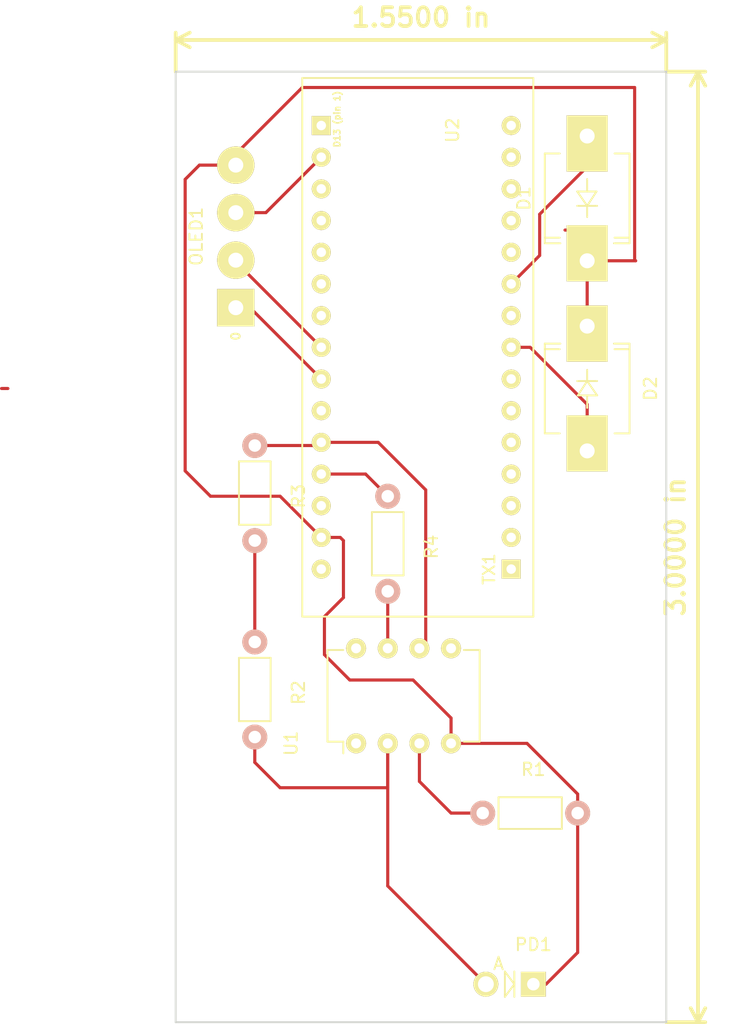
<source format=kicad_pcb>
(kicad_pcb (version 4) (host pcbnew 4.0.2-stable)

  (general
    (links 19)
    (no_connects 0)
    (area 210.744999 71.044999 261.695001 160.095001)
    (thickness 1.6)
    (drawings 6)
    (tracks 62)
    (zones 0)
    (modules 10)
    (nets 38)
  )

  (page A4)
  (layers
    (0 F.Cu signal)
    (31 B.Cu signal)
    (32 B.Adhes user)
    (33 F.Adhes user)
    (34 B.Paste user)
    (35 F.Paste user)
    (36 B.SilkS user)
    (37 F.SilkS user)
    (38 B.Mask user)
    (39 F.Mask user)
    (40 Dwgs.User user)
    (41 Cmts.User user)
    (42 Eco1.User user)
    (43 Eco2.User user)
    (44 Edge.Cuts user)
    (45 Margin user)
    (46 B.CrtYd user)
    (47 F.CrtYd user)
    (48 B.Fab user)
    (49 F.Fab user)
  )

  (setup
    (last_trace_width 0.25)
    (trace_clearance 0.2)
    (zone_clearance 0.508)
    (zone_45_only no)
    (trace_min 0.2)
    (segment_width 0.2)
    (edge_width 0.15)
    (via_size 0.6)
    (via_drill 0.4)
    (via_min_size 0.4)
    (via_min_drill 0.3)
    (uvia_size 0.3)
    (uvia_drill 0.1)
    (uvias_allowed no)
    (uvia_min_size 0.2)
    (uvia_min_drill 0.1)
    (pcb_text_width 0.3)
    (pcb_text_size 1.5 1.5)
    (mod_edge_width 0.15)
    (mod_text_size 1 1)
    (mod_text_width 0.15)
    (pad_size 1.524 1.524)
    (pad_drill 0.762)
    (pad_to_mask_clearance 0.2)
    (aux_axis_origin 0 0)
    (visible_elements FFFFFF7F)
    (pcbplotparams
      (layerselection 0x00030_80000001)
      (usegerberextensions false)
      (excludeedgelayer true)
      (linewidth 0.100000)
      (plotframeref false)
      (viasonmask false)
      (mode 1)
      (useauxorigin false)
      (hpglpennumber 1)
      (hpglpenspeed 20)
      (hpglpendiameter 15)
      (hpglpenoverlay 2)
      (psnegative false)
      (psa4output false)
      (plotreference true)
      (plotvalue true)
      (plotinvisibletext false)
      (padsonsilk false)
      (subtractmaskfromsilk false)
      (outputformat 1)
      (mirror false)
      (drillshape 0)
      (scaleselection 1)
      (outputdirectory ""))
  )

  (net 0 "")
  (net 1 "Net-(D1-Pad1)")
  (net 2 "Net-(D1-Pad2)")
  (net 3 "Net-(D2-Pad2)")
  (net 4 "Net-(OLED1-Pad1)")
  (net 5 "Net-(OLED1-Pad2)")
  (net 6 "Net-(OLED1-Pad3)")
  (net 7 "Net-(PD1-Pad2)")
  (net 8 "Net-(R1-Pad1)")
  (net 9 "Net-(R2-Pad1)")
  (net 10 "Net-(R3-Pad1)")
  (net 11 "Net-(R4-Pad1)")
  (net 12 "Net-(R4-Pad2)")
  (net 13 "Net-(U1-Pad1)")
  (net 14 "Net-(U1-Pad5)")
  (net 15 "Net-(U1-Pad8)")
  (net 16 "Net-(U2-Pad3)")
  (net 17 "Net-(U2-Pad4)")
  (net 18 "Net-(U2-Pad5)")
  (net 19 "Net-(U2-Pad6)")
  (net 20 "Net-(U2-Pad7)")
  (net 21 "Net-(U2-Pad10)")
  (net 22 "Net-(U2-Pad13)")
  (net 23 "Net-(U2-Pad15)")
  (net 24 "Net-(U2-Pad16)")
  (net 25 "Net-(U2-Pad17)")
  (net 26 "Net-(U2-Pad18)")
  (net 27 GND)
  (net 28 "Net-(U2-Pad20)")
  (net 29 "Net-(U2-Pad22)")
  (net 30 "Net-(U2-Pad24)")
  (net 31 "Net-(U2-Pad25)")
  (net 32 "Net-(U2-Pad26)")
  (net 33 "Net-(U2-Pad27)")
  (net 34 "Net-(U2-Pad28)")
  (net 35 "Net-(U2-Pad29)")
  (net 36 "Net-(U2-Pad30)")
  (net 37 "Net-(U2-Pad1)")

  (net_class Default "This is the default net class."
    (clearance 0.2)
    (trace_width 0.25)
    (via_dia 0.6)
    (via_drill 0.4)
    (uvia_dia 0.3)
    (uvia_drill 0.1)
    (add_net GND)
    (add_net "Net-(D1-Pad1)")
    (add_net "Net-(D1-Pad2)")
    (add_net "Net-(D2-Pad2)")
    (add_net "Net-(OLED1-Pad1)")
    (add_net "Net-(OLED1-Pad2)")
    (add_net "Net-(OLED1-Pad3)")
    (add_net "Net-(PD1-Pad2)")
    (add_net "Net-(R1-Pad1)")
    (add_net "Net-(R2-Pad1)")
    (add_net "Net-(R3-Pad1)")
    (add_net "Net-(R4-Pad1)")
    (add_net "Net-(R4-Pad2)")
    (add_net "Net-(U1-Pad1)")
    (add_net "Net-(U1-Pad5)")
    (add_net "Net-(U1-Pad8)")
    (add_net "Net-(U2-Pad1)")
    (add_net "Net-(U2-Pad10)")
    (add_net "Net-(U2-Pad13)")
    (add_net "Net-(U2-Pad15)")
    (add_net "Net-(U2-Pad16)")
    (add_net "Net-(U2-Pad17)")
    (add_net "Net-(U2-Pad18)")
    (add_net "Net-(U2-Pad20)")
    (add_net "Net-(U2-Pad22)")
    (add_net "Net-(U2-Pad24)")
    (add_net "Net-(U2-Pad25)")
    (add_net "Net-(U2-Pad26)")
    (add_net "Net-(U2-Pad27)")
    (add_net "Net-(U2-Pad28)")
    (add_net "Net-(U2-Pad29)")
    (add_net "Net-(U2-Pad3)")
    (add_net "Net-(U2-Pad30)")
    (add_net "Net-(U2-Pad4)")
    (add_net "Net-(U2-Pad5)")
    (add_net "Net-(U2-Pad6)")
    (add_net "Net-(U2-Pad7)")
  )

  (module Housings_DIP:DIP-8_W7.62mm (layer F.Cu) (tedit 54130A77) (tstamp 576B5281)
    (at 229.108 132.588 90)
    (descr "8-lead dip package, row spacing 7.62 mm (300 mils)")
    (tags "dil dip 2.54 300")
    (path /57649D9E)
    (fp_text reference U1 (at 0 -5.22 90) (layer F.SilkS)
      (effects (font (size 1 1) (thickness 0.15)))
    )
    (fp_text value OP37 (at 0 -3.72 90) (layer F.Fab)
      (effects (font (size 1 1) (thickness 0.15)))
    )
    (fp_line (start -1.05 -2.45) (end -1.05 10.1) (layer F.CrtYd) (width 0.05))
    (fp_line (start 8.65 -2.45) (end 8.65 10.1) (layer F.CrtYd) (width 0.05))
    (fp_line (start -1.05 -2.45) (end 8.65 -2.45) (layer F.CrtYd) (width 0.05))
    (fp_line (start -1.05 10.1) (end 8.65 10.1) (layer F.CrtYd) (width 0.05))
    (fp_line (start 0.135 -2.295) (end 0.135 -1.025) (layer F.SilkS) (width 0.15))
    (fp_line (start 7.485 -2.295) (end 7.485 -1.025) (layer F.SilkS) (width 0.15))
    (fp_line (start 7.485 9.915) (end 7.485 8.645) (layer F.SilkS) (width 0.15))
    (fp_line (start 0.135 9.915) (end 0.135 8.645) (layer F.SilkS) (width 0.15))
    (fp_line (start 0.135 -2.295) (end 7.485 -2.295) (layer F.SilkS) (width 0.15))
    (fp_line (start 0.135 9.915) (end 7.485 9.915) (layer F.SilkS) (width 0.15))
    (fp_line (start 0.135 -1.025) (end -0.8 -1.025) (layer F.SilkS) (width 0.15))
    (pad 1 thru_hole oval (at 0 0 90) (size 1.6 1.6) (drill 0.8) (layers *.Cu *.Mask F.SilkS)
      (net 13 "Net-(U1-Pad1)"))
    (pad 2 thru_hole oval (at 0 2.54 90) (size 1.6 1.6) (drill 0.8) (layers *.Cu *.Mask F.SilkS)
      (net 7 "Net-(PD1-Pad2)"))
    (pad 3 thru_hole oval (at 0 5.08 90) (size 1.6 1.6) (drill 0.8) (layers *.Cu *.Mask F.SilkS)
      (net 8 "Net-(R1-Pad1)"))
    (pad 4 thru_hole oval (at 0 7.62 90) (size 1.6 1.6) (drill 0.8) (layers *.Cu *.Mask F.SilkS)
      (net 1 "Net-(D1-Pad1)"))
    (pad 5 thru_hole oval (at 7.62 7.62 90) (size 1.6 1.6) (drill 0.8) (layers *.Cu *.Mask F.SilkS)
      (net 14 "Net-(U1-Pad5)"))
    (pad 6 thru_hole oval (at 7.62 5.08 90) (size 1.6 1.6) (drill 0.8) (layers *.Cu *.Mask F.SilkS)
      (net 10 "Net-(R3-Pad1)"))
    (pad 7 thru_hole oval (at 7.62 2.54 90) (size 1.6 1.6) (drill 0.8) (layers *.Cu *.Mask F.SilkS)
      (net 12 "Net-(R4-Pad2)"))
    (pad 8 thru_hole oval (at 7.62 0 90) (size 1.6 1.6) (drill 0.8) (layers *.Cu *.Mask F.SilkS)
      (net 15 "Net-(U1-Pad8)"))
    (model Housings_DIP.3dshapes/DIP-8_W7.62mm.wrl
      (at (xyz 0 0 0))
      (scale (xyz 1 1 1))
      (rotate (xyz 0 0 0))
    )
  )

  (module Diodes_SMD:SMC-RM10_Universal_Handsoldering (layer F.Cu) (tedit 552FEB49) (tstamp 576B5207)
    (at 247.65 88.9 90)
    (descr "Diode, Universal, SMC, RM10, Handsoldering, SMD, Thruhole,")
    (tags "Diode Universal SMC RM10 Handsoldering SMD Thruhole ")
    (path /5764A65C)
    (fp_text reference D1 (at 0 -5.08 90) (layer F.SilkS)
      (effects (font (size 1 1) (thickness 0.15)))
    )
    (fp_text value "Infrared (940nm)" (at 0 5.08 90) (layer F.Fab)
      (effects (font (size 1 1) (thickness 0.15)))
    )
    (fp_circle (center 0.05 0) (end -0.7501 -0.09906) (layer F.Adhes) (width 0.381))
    (fp_circle (center 0.05 0) (end -0.45038 0) (layer F.Adhes) (width 0.381))
    (fp_circle (center 0.05 0) (end -0.09986 0) (layer F.Adhes) (width 0.381))
    (fp_line (start -0.5977 0) (end -1.4994 0) (layer F.SilkS) (width 0.15))
    (fp_line (start 0.55292 0) (end 1.55114 0) (layer F.SilkS) (width 0.15))
    (fp_line (start -3.14946 3.40106) (end -3.14946 2.19964) (layer F.SilkS) (width 0.15))
    (fp_line (start -3.14946 -3.40106) (end -3.14946 -2.19964) (layer F.SilkS) (width 0.15))
    (fp_line (start 3.59918 3.40106) (end 3.59918 2.19964) (layer F.SilkS) (width 0.15))
    (fp_line (start 3.59918 -3.40106) (end 3.59918 -2.19964) (layer F.SilkS) (width 0.15))
    (fp_line (start -3.59918 3.40106) (end -3.59918 2.14884) (layer F.SilkS) (width 0.15))
    (fp_line (start -3.59918 -3.40106) (end -3.59918 -2.14884) (layer F.SilkS) (width 0.15))
    (fp_line (start -0.5977 -0.8001) (end -0.5977 0.8001) (layer F.SilkS) (width 0.15))
    (fp_line (start 0.55292 0.7493) (end 0.55292 -0.8001) (layer F.SilkS) (width 0.15))
    (fp_line (start -0.5977 0) (end 0.55292 0.7493) (layer F.SilkS) (width 0.15))
    (fp_line (start -0.5977 0) (end 0.55292 -0.8001) (layer F.SilkS) (width 0.15))
    (fp_line (start -3.59918 3.40106) (end 3.59918 3.40106) (layer F.SilkS) (width 0.15))
    (fp_line (start -3.59918 -3.40106) (end 3.59918 -3.40106) (layer F.SilkS) (width 0.15))
    (pad 1 thru_hole rect (at -5.00126 0 90) (size 4.50088 3.29946) (drill 1.19888 (offset 0.59944 0)) (layers *.Cu *.Mask F.SilkS)
      (net 1 "Net-(D1-Pad1)"))
    (pad 2 thru_hole rect (at 5.00126 0 270) (size 4.50088 3.29946) (drill 1.19888 (offset 0.59944 0)) (layers *.Cu *.Mask F.SilkS)
      (net 2 "Net-(D1-Pad2)"))
    (model Diodes_SMD.3dshapes/SMC-RM10_Universal_Handsoldering.wrl
      (at (xyz 0 0 0))
      (scale (xyz 0.3937 0.3937 0.3937))
      (rotate (xyz 0 0 180))
    )
  )

  (module Diodes_SMD:SMC-RM10_Universal_Handsoldering (layer F.Cu) (tedit 552FEB49) (tstamp 576B521E)
    (at 247.65 104.14 270)
    (descr "Diode, Universal, SMC, RM10, Handsoldering, SMD, Thruhole,")
    (tags "Diode Universal SMC RM10 Handsoldering SMD Thruhole ")
    (path /5764A694)
    (fp_text reference D2 (at 0 -5.08 270) (layer F.SilkS)
      (effects (font (size 1 1) (thickness 0.15)))
    )
    (fp_text value "Red (660nm)" (at 0 5.08 270) (layer F.Fab)
      (effects (font (size 1 1) (thickness 0.15)))
    )
    (fp_circle (center 0.05 0) (end -0.7501 -0.09906) (layer F.Adhes) (width 0.381))
    (fp_circle (center 0.05 0) (end -0.45038 0) (layer F.Adhes) (width 0.381))
    (fp_circle (center 0.05 0) (end -0.09986 0) (layer F.Adhes) (width 0.381))
    (fp_line (start -0.5977 0) (end -1.4994 0) (layer F.SilkS) (width 0.15))
    (fp_line (start 0.55292 0) (end 1.55114 0) (layer F.SilkS) (width 0.15))
    (fp_line (start -3.14946 3.40106) (end -3.14946 2.19964) (layer F.SilkS) (width 0.15))
    (fp_line (start -3.14946 -3.40106) (end -3.14946 -2.19964) (layer F.SilkS) (width 0.15))
    (fp_line (start 3.59918 3.40106) (end 3.59918 2.19964) (layer F.SilkS) (width 0.15))
    (fp_line (start 3.59918 -3.40106) (end 3.59918 -2.19964) (layer F.SilkS) (width 0.15))
    (fp_line (start -3.59918 3.40106) (end -3.59918 2.14884) (layer F.SilkS) (width 0.15))
    (fp_line (start -3.59918 -3.40106) (end -3.59918 -2.14884) (layer F.SilkS) (width 0.15))
    (fp_line (start -0.5977 -0.8001) (end -0.5977 0.8001) (layer F.SilkS) (width 0.15))
    (fp_line (start 0.55292 0.7493) (end 0.55292 -0.8001) (layer F.SilkS) (width 0.15))
    (fp_line (start -0.5977 0) (end 0.55292 0.7493) (layer F.SilkS) (width 0.15))
    (fp_line (start -0.5977 0) (end 0.55292 -0.8001) (layer F.SilkS) (width 0.15))
    (fp_line (start -3.59918 3.40106) (end 3.59918 3.40106) (layer F.SilkS) (width 0.15))
    (fp_line (start -3.59918 -3.40106) (end 3.59918 -3.40106) (layer F.SilkS) (width 0.15))
    (pad 1 thru_hole rect (at -5.00126 0 270) (size 4.50088 3.29946) (drill 1.19888 (offset 0.59944 0)) (layers *.Cu *.Mask F.SilkS)
      (net 1 "Net-(D1-Pad1)"))
    (pad 2 thru_hole rect (at 5.00126 0 90) (size 4.50088 3.29946) (drill 1.19888 (offset 0.59944 0)) (layers *.Cu *.Mask F.SilkS)
      (net 3 "Net-(D2-Pad2)"))
    (model Diodes_SMD.3dshapes/SMC-RM10_Universal_Handsoldering.wrl
      (at (xyz 0 0 0))
      (scale (xyz 0.3937 0.3937 0.3937))
      (rotate (xyz 0 0 180))
    )
  )

  (module OLED:SolderWirePad_4xInline_1-2mmDrill (layer F.Cu) (tedit 576B4631) (tstamp 576B5227)
    (at 219.456 91.948 90)
    (path /5764AC17)
    (fp_text reference OLED1 (at 0 -3.175 90) (layer F.SilkS)
      (effects (font (size 1 1) (thickness 0.15)))
    )
    (fp_text value OLED_Display (at -0.635 3.175 90) (layer F.Fab)
      (effects (font (size 1 1) (thickness 0.15)))
    )
    (fp_text user 0 (at -8.001 0 90) (layer F.SilkS)
      (effects (font (size 0.7 0.7) (thickness 0.15)))
    )
    (pad 1 thru_hole rect (at -5.715 0 90) (size 2.99974 2.99974) (drill 1.19888) (layers *.Cu *.Mask F.SilkS)
      (net 4 "Net-(OLED1-Pad1)"))
    (pad 2 thru_hole circle (at -1.905 0 90) (size 2.99974 2.99974) (drill 1.19888) (layers *.Cu *.Mask F.SilkS)
      (net 5 "Net-(OLED1-Pad2)"))
    (pad 3 thru_hole circle (at 1.905 0 90) (size 2.99974 2.99974) (drill 1.19888) (layers *.Cu *.Mask F.SilkS)
      (net 6 "Net-(OLED1-Pad3)"))
    (pad 4 thru_hole circle (at 5.715 0 90) (size 2.99974 2.99974) (drill 1.19888) (layers *.Cu *.Mask F.SilkS)
      (net 1 "Net-(D1-Pad1)"))
  )

  (module Diodes_ThroughHole:Diode_DO-41_SOD81_Vertical_AnodeUp (layer F.Cu) (tedit 5538ACB1) (tstamp 576B5232)
    (at 243.332 151.892 180)
    (descr "Diode, DO-41, SOD81, Vertical, Anode Up,")
    (tags "Diode, DO-41, SOD81, Vertical, Anode Up, 1N4007, SB140,")
    (path /5764A5D3)
    (fp_text reference PD1 (at 0 3.175 180) (layer F.SilkS)
      (effects (font (size 1 1) (thickness 0.15)))
    )
    (fp_text value Photodiode (at 0.05 -2 180) (layer F.Fab)
      (effects (font (size 1 1) (thickness 0.15)))
    )
    (fp_text user A (at 2.794 1.651 180) (layer F.SilkS)
      (effects (font (size 1 1) (thickness 0.15)))
    )
    (fp_line (start 1.524 0) (end 2.286 1.016) (layer F.SilkS) (width 0.15))
    (fp_line (start 1.524 0) (end 2.286 -1.016) (layer F.SilkS) (width 0.15))
    (fp_line (start 1.524 -1.016) (end 1.524 1.016) (layer F.SilkS) (width 0.15))
    (fp_line (start 2.286 -1.016) (end 2.286 1.016) (layer F.SilkS) (width 0.15))
    (pad 2 thru_hole circle (at 3.81 0 180) (size 1.99898 1.99898) (drill 1.27) (layers *.Cu *.Mask F.SilkS)
      (net 7 "Net-(PD1-Pad2)"))
    (pad 1 thru_hole rect (at 0 0 180) (size 1.99898 1.99898) (drill 1.00076) (layers *.Cu *.Mask F.SilkS)
      (net 1 "Net-(D1-Pad1)"))
  )

  (module Resistors_ThroughHole:Resistor_Horizontal_RM7mm (layer F.Cu) (tedit 569FCF07) (tstamp 576B5240)
    (at 239.268 138.176)
    (descr "Resistor, Axial,  RM 7.62mm, 1/3W,")
    (tags "Resistor Axial RM 7.62mm 1/3W R3")
    (path /5764A1AC)
    (fp_text reference R1 (at 4.05892 -3.50012) (layer F.SilkS)
      (effects (font (size 1 1) (thickness 0.15)))
    )
    (fp_text value 220 (at 3.81 3.81) (layer F.Fab)
      (effects (font (size 1 1) (thickness 0.15)))
    )
    (fp_line (start -1.25 -1.5) (end 8.85 -1.5) (layer F.CrtYd) (width 0.05))
    (fp_line (start -1.25 1.5) (end -1.25 -1.5) (layer F.CrtYd) (width 0.05))
    (fp_line (start 8.85 -1.5) (end 8.85 1.5) (layer F.CrtYd) (width 0.05))
    (fp_line (start -1.25 1.5) (end 8.85 1.5) (layer F.CrtYd) (width 0.05))
    (fp_line (start 1.27 -1.27) (end 6.35 -1.27) (layer F.SilkS) (width 0.15))
    (fp_line (start 6.35 -1.27) (end 6.35 1.27) (layer F.SilkS) (width 0.15))
    (fp_line (start 6.35 1.27) (end 1.27 1.27) (layer F.SilkS) (width 0.15))
    (fp_line (start 1.27 1.27) (end 1.27 -1.27) (layer F.SilkS) (width 0.15))
    (pad 1 thru_hole circle (at 0 0) (size 1.99898 1.99898) (drill 1.00076) (layers *.Cu *.SilkS *.Mask)
      (net 8 "Net-(R1-Pad1)"))
    (pad 2 thru_hole circle (at 7.62 0) (size 1.99898 1.99898) (drill 1.00076) (layers *.Cu *.SilkS *.Mask)
      (net 1 "Net-(D1-Pad1)"))
  )

  (module Resistors_ThroughHole:Resistor_Horizontal_RM7mm (layer F.Cu) (tedit 569FCF07) (tstamp 576B524E)
    (at 220.98 124.46 270)
    (descr "Resistor, Axial,  RM 7.62mm, 1/3W,")
    (tags "Resistor Axial RM 7.62mm 1/3W R3")
    (path /5764A18D)
    (fp_text reference R2 (at 4.05892 -3.50012 270) (layer F.SilkS)
      (effects (font (size 1 1) (thickness 0.15)))
    )
    (fp_text value 15k (at 3.81 3.81 270) (layer F.Fab)
      (effects (font (size 1 1) (thickness 0.15)))
    )
    (fp_line (start -1.25 -1.5) (end 8.85 -1.5) (layer F.CrtYd) (width 0.05))
    (fp_line (start -1.25 1.5) (end -1.25 -1.5) (layer F.CrtYd) (width 0.05))
    (fp_line (start 8.85 -1.5) (end 8.85 1.5) (layer F.CrtYd) (width 0.05))
    (fp_line (start -1.25 1.5) (end 8.85 1.5) (layer F.CrtYd) (width 0.05))
    (fp_line (start 1.27 -1.27) (end 6.35 -1.27) (layer F.SilkS) (width 0.15))
    (fp_line (start 6.35 -1.27) (end 6.35 1.27) (layer F.SilkS) (width 0.15))
    (fp_line (start 6.35 1.27) (end 1.27 1.27) (layer F.SilkS) (width 0.15))
    (fp_line (start 1.27 1.27) (end 1.27 -1.27) (layer F.SilkS) (width 0.15))
    (pad 1 thru_hole circle (at 0 0 270) (size 1.99898 1.99898) (drill 1.00076) (layers *.Cu *.SilkS *.Mask)
      (net 9 "Net-(R2-Pad1)"))
    (pad 2 thru_hole circle (at 7.62 0 270) (size 1.99898 1.99898) (drill 1.00076) (layers *.Cu *.SilkS *.Mask)
      (net 7 "Net-(PD1-Pad2)"))
  )

  (module Resistors_ThroughHole:Resistor_Horizontal_RM7mm (layer F.Cu) (tedit 569FCF07) (tstamp 576B525C)
    (at 220.98 108.712 270)
    (descr "Resistor, Axial,  RM 7.62mm, 1/3W,")
    (tags "Resistor Axial RM 7.62mm 1/3W R3")
    (path /5764A170)
    (fp_text reference R3 (at 4.05892 -3.50012 270) (layer F.SilkS)
      (effects (font (size 1 1) (thickness 0.15)))
    )
    (fp_text value 15k (at 3.81 3.81 270) (layer F.Fab)
      (effects (font (size 1 1) (thickness 0.15)))
    )
    (fp_line (start -1.25 -1.5) (end 8.85 -1.5) (layer F.CrtYd) (width 0.05))
    (fp_line (start -1.25 1.5) (end -1.25 -1.5) (layer F.CrtYd) (width 0.05))
    (fp_line (start 8.85 -1.5) (end 8.85 1.5) (layer F.CrtYd) (width 0.05))
    (fp_line (start -1.25 1.5) (end 8.85 1.5) (layer F.CrtYd) (width 0.05))
    (fp_line (start 1.27 -1.27) (end 6.35 -1.27) (layer F.SilkS) (width 0.15))
    (fp_line (start 6.35 -1.27) (end 6.35 1.27) (layer F.SilkS) (width 0.15))
    (fp_line (start 6.35 1.27) (end 1.27 1.27) (layer F.SilkS) (width 0.15))
    (fp_line (start 1.27 1.27) (end 1.27 -1.27) (layer F.SilkS) (width 0.15))
    (pad 1 thru_hole circle (at 0 0 270) (size 1.99898 1.99898) (drill 1.00076) (layers *.Cu *.SilkS *.Mask)
      (net 10 "Net-(R3-Pad1)"))
    (pad 2 thru_hole circle (at 7.62 0 270) (size 1.99898 1.99898) (drill 1.00076) (layers *.Cu *.SilkS *.Mask)
      (net 9 "Net-(R2-Pad1)"))
  )

  (module Resistors_ThroughHole:Resistor_Horizontal_RM7mm (layer F.Cu) (tedit 569FCF07) (tstamp 576B526A)
    (at 231.648 112.776 270)
    (descr "Resistor, Axial,  RM 7.62mm, 1/3W,")
    (tags "Resistor Axial RM 7.62mm 1/3W R3")
    (path /5764A133)
    (fp_text reference R4 (at 4.05892 -3.50012 270) (layer F.SilkS)
      (effects (font (size 1 1) (thickness 0.15)))
    )
    (fp_text value 470 (at 3.81 3.81 270) (layer F.Fab)
      (effects (font (size 1 1) (thickness 0.15)))
    )
    (fp_line (start -1.25 -1.5) (end 8.85 -1.5) (layer F.CrtYd) (width 0.05))
    (fp_line (start -1.25 1.5) (end -1.25 -1.5) (layer F.CrtYd) (width 0.05))
    (fp_line (start 8.85 -1.5) (end 8.85 1.5) (layer F.CrtYd) (width 0.05))
    (fp_line (start -1.25 1.5) (end 8.85 1.5) (layer F.CrtYd) (width 0.05))
    (fp_line (start 1.27 -1.27) (end 6.35 -1.27) (layer F.SilkS) (width 0.15))
    (fp_line (start 6.35 -1.27) (end 6.35 1.27) (layer F.SilkS) (width 0.15))
    (fp_line (start 6.35 1.27) (end 1.27 1.27) (layer F.SilkS) (width 0.15))
    (fp_line (start 1.27 1.27) (end 1.27 -1.27) (layer F.SilkS) (width 0.15))
    (pad 1 thru_hole circle (at 0 0 270) (size 1.99898 1.99898) (drill 1.00076) (layers *.Cu *.SilkS *.Mask)
      (net 11 "Net-(R4-Pad1)"))
    (pad 2 thru_hole circle (at 7.62 0 270) (size 1.99898 1.99898) (drill 1.00076) (layers *.Cu *.SilkS *.Mask)
      (net 12 "Net-(R4-Pad2)"))
  )

  (module Arduino_fpt:Arduino_Nano (layer F.Cu) (tedit 576B4859) (tstamp 576B52A9)
    (at 243.332 79.248 270)
    (path /57649EC2)
    (fp_text reference U2 (at 4.191 6.477 270) (layer F.SilkS)
      (effects (font (size 1 1) (thickness 0.15)))
    )
    (fp_text value arduino_mini (at 8.128 4.826 270) (layer F.Fab)
      (effects (font (size 1 1) (thickness 0.15)))
    )
    (fp_text user "D13 (pin 1)" (at 3.302 15.748 270) (layer F.SilkS)
      (effects (font (size 0.5 0.5) (thickness 0.125)))
    )
    (fp_text user TX1 (at 39.37 3.556 270) (layer F.SilkS)
      (effects (font (size 0.9398 0.9398) (thickness 0.15)))
    )
    (fp_line (start 0 0) (end 0 18.542) (layer F.SilkS) (width 0.15))
    (fp_line (start 0 18.542) (end 43.18 18.542) (layer F.SilkS) (width 0.15))
    (fp_line (start 43.18 18.542) (end 43.18 0) (layer F.SilkS) (width 0.15))
    (fp_line (start 43.18 0) (end 0 0) (layer F.SilkS) (width 0.15))
    (pad 2 thru_hole circle (at 6.35 17.018 270) (size 1.524 1.524) (drill 0.762) (layers *.Cu *.Mask F.SilkS)
      (net 6 "Net-(OLED1-Pad3)"))
    (pad 3 thru_hole circle (at 8.89 17.018 270) (size 1.524 1.524) (drill 0.762) (layers *.Cu *.Mask F.SilkS)
      (net 16 "Net-(U2-Pad3)"))
    (pad 4 thru_hole circle (at 11.43 17.018 270) (size 1.524 1.524) (drill 0.762) (layers *.Cu *.Mask F.SilkS)
      (net 17 "Net-(U2-Pad4)"))
    (pad 5 thru_hole circle (at 13.97 17.018 270) (size 1.524 1.524) (drill 0.762) (layers *.Cu *.Mask F.SilkS)
      (net 18 "Net-(U2-Pad5)"))
    (pad 6 thru_hole circle (at 16.51 17.018 270) (size 1.524 1.524) (drill 0.762) (layers *.Cu *.Mask F.SilkS)
      (net 19 "Net-(U2-Pad6)"))
    (pad 7 thru_hole circle (at 19.05 17.018 270) (size 1.524 1.524) (drill 0.762) (layers *.Cu *.Mask F.SilkS)
      (net 20 "Net-(U2-Pad7)"))
    (pad 8 thru_hole circle (at 21.59 17.018 270) (size 1.524 1.524) (drill 0.762) (layers *.Cu *.Mask F.SilkS)
      (net 5 "Net-(OLED1-Pad2)"))
    (pad 9 thru_hole circle (at 24.13 17.018 270) (size 1.524 1.524) (drill 0.762) (layers *.Cu *.Mask F.SilkS)
      (net 4 "Net-(OLED1-Pad1)"))
    (pad 10 thru_hole circle (at 26.67 17.018 270) (size 1.524 1.524) (drill 0.762) (layers *.Cu *.Mask F.SilkS)
      (net 21 "Net-(U2-Pad10)"))
    (pad 11 thru_hole circle (at 29.21 17.018 270) (size 1.524 1.524) (drill 0.762) (layers *.Cu *.Mask F.SilkS)
      (net 10 "Net-(R3-Pad1)"))
    (pad 12 thru_hole circle (at 31.75 17.018 270) (size 1.524 1.524) (drill 0.762) (layers *.Cu *.Mask F.SilkS)
      (net 11 "Net-(R4-Pad1)"))
    (pad 13 thru_hole circle (at 34.29 17.018 270) (size 1.524 1.524) (drill 0.762) (layers *.Cu *.Mask F.SilkS)
      (net 22 "Net-(U2-Pad13)"))
    (pad 14 thru_hole circle (at 36.83 17.018 270) (size 1.524 1.524) (drill 0.762) (layers *.Cu *.Mask F.SilkS)
      (net 1 "Net-(D1-Pad1)"))
    (pad 15 thru_hole circle (at 39.37 17.018 270) (size 1.524 1.524) (drill 0.762) (layers *.Cu *.Mask F.SilkS)
      (net 23 "Net-(U2-Pad15)"))
    (pad 16 thru_hole circle (at 3.81 1.778 270) (size 1.524 1.524) (drill 0.762) (layers *.Cu *.Mask F.SilkS)
      (net 24 "Net-(U2-Pad16)"))
    (pad 17 thru_hole circle (at 6.35 1.778 270) (size 1.524 1.524) (drill 0.762) (layers *.Cu *.Mask F.SilkS)
      (net 25 "Net-(U2-Pad17)"))
    (pad 18 thru_hole circle (at 8.89 1.778 270) (size 1.524 1.524) (drill 0.762) (layers *.Cu *.Mask F.SilkS)
      (net 26 "Net-(U2-Pad18)"))
    (pad 19 thru_hole circle (at 11.43 1.778 270) (size 1.524 1.524) (drill 0.762) (layers *.Cu *.Mask F.SilkS)
      (net 27 GND))
    (pad 20 thru_hole circle (at 13.97 1.778 270) (size 1.524 1.524) (drill 0.762) (layers *.Cu *.Mask F.SilkS)
      (net 28 "Net-(U2-Pad20)"))
    (pad 21 thru_hole circle (at 16.51 1.778 270) (size 1.524 1.524) (drill 0.762) (layers *.Cu *.Mask F.SilkS)
      (net 2 "Net-(D1-Pad2)"))
    (pad 22 thru_hole circle (at 19.05 1.778 270) (size 1.524 1.524) (drill 0.762) (layers *.Cu *.Mask F.SilkS)
      (net 29 "Net-(U2-Pad22)"))
    (pad 23 thru_hole circle (at 21.59 1.778 270) (size 1.524 1.524) (drill 0.762) (layers *.Cu *.Mask F.SilkS)
      (net 3 "Net-(D2-Pad2)"))
    (pad 24 thru_hole circle (at 24.13 1.778 270) (size 1.524 1.524) (drill 0.762) (layers *.Cu *.Mask F.SilkS)
      (net 30 "Net-(U2-Pad24)"))
    (pad 25 thru_hole circle (at 26.67 1.778 270) (size 1.524 1.524) (drill 0.762) (layers *.Cu *.Mask F.SilkS)
      (net 31 "Net-(U2-Pad25)"))
    (pad 26 thru_hole circle (at 29.21 1.778 270) (size 1.524 1.524) (drill 0.762) (layers *.Cu *.Mask F.SilkS)
      (net 32 "Net-(U2-Pad26)"))
    (pad 27 thru_hole circle (at 31.75 1.778 270) (size 1.524 1.524) (drill 0.762) (layers *.Cu *.Mask F.SilkS)
      (net 33 "Net-(U2-Pad27)"))
    (pad 28 thru_hole circle (at 34.29 1.778 270) (size 1.524 1.524) (drill 0.762) (layers *.Cu *.Mask F.SilkS)
      (net 34 "Net-(U2-Pad28)"))
    (pad 29 thru_hole circle (at 36.83 1.778 270) (size 1.524 1.524) (drill 0.762) (layers *.Cu *.Mask F.SilkS)
      (net 35 "Net-(U2-Pad29)"))
    (pad 30 thru_hole rect (at 39.37 1.778 270) (size 1.524 1.524) (drill 0.762) (layers *.Cu *.Mask F.SilkS)
      (net 36 "Net-(U2-Pad30)"))
    (pad 1 thru_hole rect (at 3.81 17.018 270) (size 1.524 1.524) (drill 0.762) (layers *.Cu *.Mask F.SilkS)
      (net 37 "Net-(U2-Pad1)"))
  )

  (dimension 39.37 (width 0.3) (layer F.SilkS)
    (gr_text "39.370 mm" (at 234.315 74.85) (layer F.SilkS)
      (effects (font (size 1.5 1.5) (thickness 0.3)))
    )
    (feature1 (pts (xy 254 78.74) (xy 254 73.5)))
    (feature2 (pts (xy 214.63 78.74) (xy 214.63 73.5)))
    (crossbar (pts (xy 214.63 76.2) (xy 254 76.2)))
    (arrow1a (pts (xy 254 76.2) (xy 252.873496 76.786421)))
    (arrow1b (pts (xy 254 76.2) (xy 252.873496 75.613579)))
    (arrow2a (pts (xy 214.63 76.2) (xy 215.756504 76.786421)))
    (arrow2b (pts (xy 214.63 76.2) (xy 215.756504 75.613579)))
  )
  (dimension 76.2 (width 0.3) (layer F.SilkS)
    (gr_text "76.200 mm" (at 257.89 116.84 270) (layer F.SilkS)
      (effects (font (size 1.5 1.5) (thickness 0.3)))
    )
    (feature1 (pts (xy 254 154.94) (xy 259.24 154.94)))
    (feature2 (pts (xy 254 78.74) (xy 259.24 78.74)))
    (crossbar (pts (xy 256.54 78.74) (xy 256.54 154.94)))
    (arrow1a (pts (xy 256.54 154.94) (xy 255.953579 153.813496)))
    (arrow1b (pts (xy 256.54 154.94) (xy 257.126421 153.813496)))
    (arrow2a (pts (xy 256.54 78.74) (xy 255.953579 79.866504)))
    (arrow2b (pts (xy 256.54 78.74) (xy 257.126421 79.866504)))
  )
  (gr_line (start 214.63 78.74) (end 254 78.74) (angle 90) (layer Edge.Cuts) (width 0.15))
  (gr_line (start 214.63 154.94) (end 214.63 78.74) (angle 90) (layer Edge.Cuts) (width 0.15))
  (gr_line (start 254 154.94) (end 214.63 154.94) (angle 90) (layer Edge.Cuts) (width 0.15))
  (gr_line (start 254 78.74) (end 254 154.94) (angle 90) (layer Edge.Cuts) (width 0.15))

  (segment (start 201.168 104.14) (end 200.66 104.14) (width 0.25) (layer F.Cu) (net 0))
  (segment (start 247.65 93.90126) (end 251.53874 93.90126) (width 0.25) (layer F.Cu) (net 1) (status 400000))
  (segment (start 224.79 80.01) (end 219.456 85.344) (width 0.25) (layer F.Cu) (net 1) (tstamp 576B6197) (status 800000))
  (segment (start 251.46 80.01) (end 224.79 80.01) (width 0.25) (layer F.Cu) (net 1) (tstamp 576B6196))
  (segment (start 251.46 93.82252) (end 251.46 80.01) (width 0.25) (layer F.Cu) (net 1) (tstamp 576B6195))
  (segment (start 251.53874 93.90126) (end 251.46 93.82252) (width 0.25) (layer F.Cu) (net 1) (tstamp 576B6194))
  (segment (start 219.456 85.344) (end 219.456 86.233) (width 0.25) (layer F.Cu) (net 1) (tstamp 576B6198) (status C00000))
  (segment (start 247.65 99.13874) (end 247.65 93.90126) (width 0.25) (layer F.Cu) (net 1) (status C00000))
  (segment (start 246.45874 91.44) (end 245.872 91.44) (width 0.25) (layer F.Cu) (net 1))
  (segment (start 246.71274 100.838) (end 247.47474 101.6) (width 0.25) (layer F.Cu) (net 1) (tstamp 576B5BE2))
  (segment (start 246.888 138.176) (end 246.888 136.652) (width 0.25) (layer F.Cu) (net 1))
  (segment (start 242.824 132.588) (end 236.728 132.588) (width 0.25) (layer F.Cu) (net 1) (tstamp 576B60E2))
  (segment (start 246.888 136.652) (end 242.824 132.588) (width 0.25) (layer F.Cu) (net 1) (tstamp 576B60E0))
  (segment (start 243.332 151.892) (end 244.348 151.892) (width 0.25) (layer F.Cu) (net 1))
  (segment (start 246.888 149.352) (end 246.888 138.176) (width 0.25) (layer F.Cu) (net 1) (tstamp 576B60CF))
  (segment (start 244.348 151.892) (end 246.888 149.352) (width 0.25) (layer F.Cu) (net 1) (tstamp 576B60CD))
  (segment (start 219.456 86.233) (end 216.535 86.233) (width 0.25) (layer F.Cu) (net 1))
  (segment (start 223.012 112.776) (end 226.314 116.078) (width 0.25) (layer F.Cu) (net 1) (tstamp 576B60B9))
  (segment (start 217.424 112.776) (end 223.012 112.776) (width 0.25) (layer F.Cu) (net 1) (tstamp 576B60B7))
  (segment (start 215.392 110.744) (end 217.424 112.776) (width 0.25) (layer F.Cu) (net 1) (tstamp 576B60B5))
  (segment (start 215.392 87.376) (end 215.392 110.744) (width 0.25) (layer F.Cu) (net 1) (tstamp 576B60B4))
  (segment (start 216.535 86.233) (end 215.392 87.376) (width 0.25) (layer F.Cu) (net 1) (tstamp 576B60B3))
  (segment (start 236.728 132.588) (end 236.728 130.556) (width 0.25) (layer F.Cu) (net 1))
  (segment (start 227.838 116.078) (end 226.314 116.078) (width 0.25) (layer F.Cu) (net 1) (tstamp 576B6090))
  (segment (start 228.092 116.332) (end 227.838 116.078) (width 0.25) (layer F.Cu) (net 1) (tstamp 576B608F))
  (segment (start 228.092 120.904) (end 228.092 116.332) (width 0.25) (layer F.Cu) (net 1) (tstamp 576B608D))
  (segment (start 226.568 122.428) (end 228.092 120.904) (width 0.25) (layer F.Cu) (net 1) (tstamp 576B608B))
  (segment (start 226.568 125.476) (end 226.568 122.428) (width 0.25) (layer F.Cu) (net 1) (tstamp 576B6089))
  (segment (start 228.6 127.508) (end 226.568 125.476) (width 0.25) (layer F.Cu) (net 1) (tstamp 576B6087))
  (segment (start 233.68 127.508) (end 228.6 127.508) (width 0.25) (layer F.Cu) (net 1) (tstamp 576B6085))
  (segment (start 236.728 130.556) (end 233.68 127.508) (width 0.25) (layer F.Cu) (net 1) (tstamp 576B6084))
  (segment (start 247.65 83.89874) (end 247.65 86.36) (width 0.25) (layer F.Cu) (net 2) (status C00000))
  (segment (start 247.65 86.36) (end 243.84 90.17) (width 0.25) (layer F.Cu) (net 2) (tstamp 576B618A) (status 400000))
  (segment (start 243.84 90.17) (end 243.84 93.472) (width 0.25) (layer F.Cu) (net 2) (tstamp 576B618C))
  (segment (start 243.84 93.472) (end 241.554 95.758) (width 0.25) (layer F.Cu) (net 2) (tstamp 576B618E) (status 800000))
  (segment (start 247.65 109.14126) (end 247.65 105.41) (width 0.25) (layer F.Cu) (net 3) (status 400000))
  (segment (start 243.078 100.838) (end 241.554 100.838) (width 0.25) (layer F.Cu) (net 3) (tstamp 576B6186) (status 800000))
  (segment (start 247.65 105.41) (end 243.078 100.838) (width 0.25) (layer F.Cu) (net 3) (tstamp 576B6184))
  (segment (start 219.456 97.663) (end 220.599 97.663) (width 0.25) (layer F.Cu) (net 4))
  (segment (start 220.599 97.663) (end 226.314 103.378) (width 0.25) (layer F.Cu) (net 4) (tstamp 576B5E07))
  (segment (start 219.456 93.853) (end 219.456 93.98) (width 0.25) (layer F.Cu) (net 5))
  (segment (start 219.456 93.98) (end 226.314 100.838) (width 0.25) (layer F.Cu) (net 5) (tstamp 576B5E05))
  (segment (start 219.456 90.043) (end 221.869 90.043) (width 0.25) (layer F.Cu) (net 6))
  (segment (start 221.869 90.043) (end 226.314 85.598) (width 0.25) (layer F.Cu) (net 6) (tstamp 576B5E01))
  (segment (start 231.648 132.588) (end 231.648 144.018) (width 0.25) (layer F.Cu) (net 7))
  (segment (start 231.648 144.018) (end 239.522 151.892) (width 0.25) (layer F.Cu) (net 7) (tstamp 576B60D6))
  (segment (start 220.98 132.08) (end 220.98 134.112) (width 0.25) (layer F.Cu) (net 7))
  (segment (start 231.648 136.144) (end 231.648 132.588) (width 0.25) (layer F.Cu) (net 7) (tstamp 576B60C6))
  (segment (start 223.012 136.144) (end 231.648 136.144) (width 0.25) (layer F.Cu) (net 7) (tstamp 576B60C4))
  (segment (start 220.98 134.112) (end 223.012 136.144) (width 0.25) (layer F.Cu) (net 7) (tstamp 576B60C2))
  (segment (start 234.188 132.588) (end 234.188 135.636) (width 0.25) (layer F.Cu) (net 8))
  (segment (start 236.728 138.176) (end 239.268 138.176) (width 0.25) (layer F.Cu) (net 8) (tstamp 576B60DC))
  (segment (start 234.188 135.636) (end 236.728 138.176) (width 0.25) (layer F.Cu) (net 8) (tstamp 576B60DA))
  (segment (start 220.98 116.332) (end 220.98 124.46) (width 0.25) (layer F.Cu) (net 9))
  (segment (start 220.98 108.712) (end 226.06 108.712) (width 0.25) (layer F.Cu) (net 10))
  (segment (start 226.06 108.712) (end 226.314 108.458) (width 0.25) (layer F.Cu) (net 10) (tstamp 576B60BD))
  (segment (start 234.696 124.968) (end 234.696 112.268) (width 0.25) (layer F.Cu) (net 10))
  (segment (start 230.886 108.458) (end 226.314 108.458) (width 0.25) (layer F.Cu) (net 10) (tstamp 576B601F))
  (segment (start 234.696 112.268) (end 230.886 108.458) (width 0.25) (layer F.Cu) (net 10) (tstamp 576B601E))
  (segment (start 226.314 110.998) (end 229.87 110.998) (width 0.25) (layer F.Cu) (net 11))
  (segment (start 229.87 110.998) (end 231.648 112.776) (width 0.25) (layer F.Cu) (net 11) (tstamp 576B607E))
  (segment (start 231.648 120.396) (end 231.648 124.968) (width 0.25) (layer F.Cu) (net 12))

)

</source>
